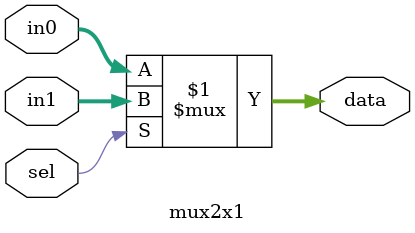
<source format=v>
module mux2x1(	input [63:0] in0,
	 		input [63:0] in1,
			input sel,
			output [63:0] data);


	assign data = (sel ? in1 : in0);

endmodule

</source>
